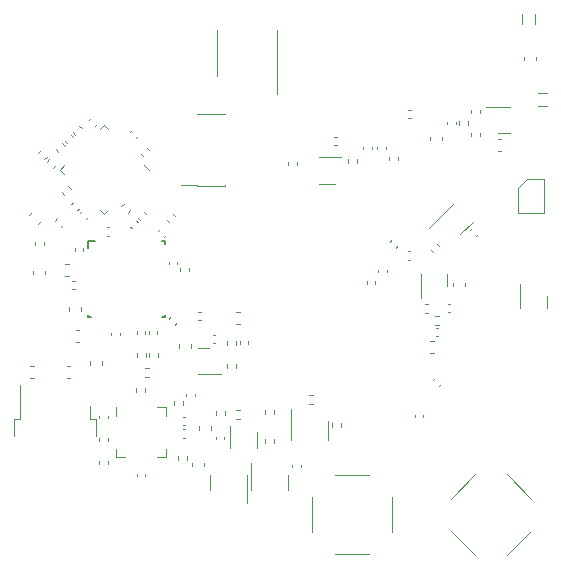
<source format=gbr>
%TF.GenerationSoftware,KiCad,Pcbnew,(6.0.4)*%
%TF.CreationDate,2023-05-27T00:51:03+09:00*%
%TF.ProjectId,RFB,5246422e-6b69-4636-9164-5f7063625858,rev?*%
%TF.SameCoordinates,Original*%
%TF.FileFunction,Legend,Bot*%
%TF.FilePolarity,Positive*%
%FSLAX46Y46*%
G04 Gerber Fmt 4.6, Leading zero omitted, Abs format (unit mm)*
G04 Created by KiCad (PCBNEW (6.0.4)) date 2023-05-27 00:51:03*
%MOMM*%
%LPD*%
G01*
G04 APERTURE LIST*
%ADD10C,0.120000*%
%ADD11C,0.200000*%
G04 APERTURE END LIST*
D10*
%TO.C,U7*%
X78063000Y-72710400D02*
X76663000Y-72710400D01*
X78063000Y-75610400D02*
X78063000Y-72710400D01*
X75863000Y-75610400D02*
X78063000Y-75610400D01*
X75863000Y-73510400D02*
X75863000Y-75610400D01*
X76663000Y-72710400D02*
X75863000Y-73510400D01*
%TO.C,C141*%
X68720580Y-86459600D02*
X68439420Y-86459600D01*
X68720580Y-87479600D02*
X68439420Y-87479600D01*
%TO.C,J1*%
X77006848Y-99795762D02*
X74956238Y-97745152D01*
X77006848Y-102489838D02*
X74956238Y-104540448D01*
X72262162Y-97745152D02*
X70211552Y-99795762D01*
X72262162Y-104540448D02*
X70211552Y-102489838D01*
%TO.C,IC1*%
X76072600Y-81659600D02*
X76072600Y-83659600D01*
X78312600Y-83659600D02*
X78312600Y-82659600D01*
%TO.C,C83*%
X47798400Y-90900364D02*
X47798400Y-91116036D01*
X48518400Y-90900364D02*
X48518400Y-91116036D01*
%TO.C,C102*%
X47140400Y-86727420D02*
X47140400Y-87008580D01*
X48160400Y-86727420D02*
X48160400Y-87008580D01*
%TO.C,IC10*%
X74152700Y-68856200D02*
X75152700Y-68856200D01*
X73152700Y-66636200D02*
X75152700Y-66636200D01*
%TO.C,R37*%
X44603641Y-88723200D02*
X44296359Y-88723200D01*
X44603641Y-89483200D02*
X44296359Y-89483200D01*
%TO.C,C69*%
X68833493Y-89610590D02*
X68680990Y-89763093D01*
X69342610Y-90119707D02*
X69190107Y-90272210D01*
%TO.C,U2*%
X37049908Y-71932800D02*
X37409119Y-72292010D01*
X40821616Y-68161092D02*
X40462406Y-68520303D01*
X44234113Y-71573590D02*
X44593324Y-71932800D01*
X40462406Y-75345297D02*
X40821616Y-75704508D01*
X37409119Y-71573590D02*
X37049908Y-71932800D01*
X41180826Y-68520303D02*
X40821616Y-68161092D01*
X40821616Y-75704508D02*
X41180826Y-75345297D01*
%TO.C,R75*%
X67954459Y-83287600D02*
X68261741Y-83287600D01*
X67954459Y-84047600D02*
X68261741Y-84047600D01*
%TO.C,R21*%
X55218600Y-95048041D02*
X55218600Y-94740759D01*
X54458600Y-95048041D02*
X54458600Y-94740759D01*
%TO.C,J2*%
X63273600Y-104497800D02*
X60373600Y-104497800D01*
X63273600Y-97787800D02*
X60373600Y-97787800D01*
X58468600Y-102592800D02*
X58468600Y-99692800D01*
X65178600Y-102592800D02*
X65178600Y-99692800D01*
%TO.C,C122*%
X70343300Y-81495020D02*
X70343300Y-81776180D01*
X71363300Y-81495020D02*
X71363300Y-81776180D01*
%TO.C,R20*%
X52325241Y-92279200D02*
X52017959Y-92279200D01*
X52325241Y-93039200D02*
X52017959Y-93039200D01*
%TO.C,R50*%
X49048641Y-84708000D02*
X48741359Y-84708000D01*
X49048641Y-83948000D02*
X48741359Y-83948000D01*
%TO.C,R4*%
X35233459Y-70528140D02*
X35450740Y-70310859D01*
X35770860Y-71065541D02*
X35988141Y-70848260D01*
%TO.C,C30*%
X38147164Y-82071800D02*
X38362836Y-82071800D01*
X38147164Y-81351800D02*
X38362836Y-81351800D01*
%TO.C,C7*%
X70125536Y-84027600D02*
X69909864Y-84027600D01*
X70125536Y-83307600D02*
X69909864Y-83307600D01*
%TO.C,R68*%
X51258200Y-86767641D02*
X51258200Y-86460359D01*
X52018200Y-86767641D02*
X52018200Y-86460359D01*
%TO.C,R35*%
X44603400Y-87783641D02*
X44603400Y-87476359D01*
X45363400Y-87783641D02*
X45363400Y-87476359D01*
%TO.C,C121*%
X74460980Y-70334600D02*
X74179820Y-70334600D01*
X74460980Y-69314600D02*
X74179820Y-69314600D01*
%TO.C,C86*%
X47466364Y-94619400D02*
X47682036Y-94619400D01*
X47466364Y-93899400D02*
X47682036Y-93899400D01*
%TO.C,R52*%
X61469000Y-71067959D02*
X61469000Y-71375241D01*
X62229000Y-71067959D02*
X62229000Y-71375241D01*
%TO.C,C13*%
X46430693Y-84403590D02*
X46278190Y-84556093D01*
X46939810Y-84912707D02*
X46787307Y-85065210D01*
%TO.C,FB8*%
X78326822Y-66574600D02*
X77527578Y-66574600D01*
X78326822Y-65454600D02*
X77527578Y-65454600D01*
%TO.C,R33*%
X60857400Y-93701841D02*
X60857400Y-93394559D01*
X60097400Y-93701841D02*
X60097400Y-93394559D01*
%TO.C,R38*%
X43562000Y-90422759D02*
X43562000Y-90730041D01*
X44322000Y-90422759D02*
X44322000Y-90730041D01*
%TO.C,IC2*%
X67666900Y-82788000D02*
X67666900Y-80788000D01*
X69886900Y-81788000D02*
X69886900Y-80788000D01*
%TO.C,C85*%
X41127000Y-92970236D02*
X41127000Y-92754564D01*
X40407000Y-92970236D02*
X40407000Y-92754564D01*
%TO.C,C39*%
X63489100Y-70209836D02*
X63489100Y-69994164D01*
X62769100Y-70209836D02*
X62769100Y-69994164D01*
%TO.C,J10*%
X48675600Y-67246400D02*
X48675600Y-67196400D01*
X47295600Y-73266400D02*
X48675600Y-73266400D01*
X48675600Y-73316400D02*
X48675600Y-73266400D01*
X48675600Y-67196400D02*
X51095600Y-67196400D01*
X51095600Y-67246400D02*
X51095600Y-67196400D01*
X51095600Y-73316400D02*
X51095600Y-73266400D01*
X48675600Y-73316400D02*
X51095600Y-73316400D01*
%TO.C,C27*%
X43696601Y-76057318D02*
X43849104Y-76209821D01*
X44205718Y-75548201D02*
X44358221Y-75700704D01*
%TO.C,C99*%
X39596600Y-88456380D02*
X39596600Y-88175220D01*
X40616600Y-88456380D02*
X40616600Y-88175220D01*
%TO.C,FB7*%
X76224200Y-58782378D02*
X76224200Y-59581622D01*
X77344200Y-58782378D02*
X77344200Y-59581622D01*
%TO.C,C8*%
X39734304Y-67579579D02*
X39581801Y-67732082D01*
X40243421Y-68088696D02*
X40090918Y-68241199D01*
%TO.C,C17*%
X48010400Y-80260364D02*
X48010400Y-80476036D01*
X47290400Y-80260364D02*
X47290400Y-80476036D01*
%TO.C,U20*%
X70988443Y-77391289D02*
X72049103Y-76330628D01*
X68358005Y-76882172D02*
X70479326Y-74760851D01*
%TO.C,C87*%
X34996800Y-78073364D02*
X34996800Y-78289036D01*
X35716800Y-78073364D02*
X35716800Y-78289036D01*
%TO.C,C96*%
X44302000Y-97682164D02*
X44302000Y-97897836D01*
X43582000Y-97682164D02*
X43582000Y-97897836D01*
%TO.C,U10*%
X52918800Y-98450400D02*
X52918800Y-100125400D01*
X52918800Y-98450400D02*
X52918800Y-97800400D01*
X49798800Y-98450400D02*
X49798800Y-97800400D01*
X49798800Y-98450400D02*
X49798800Y-99100400D01*
%TO.C,C26*%
X43510707Y-76250190D02*
X43663210Y-76402693D01*
X43001590Y-76759307D02*
X43154093Y-76911810D01*
%TO.C,C104*%
X37935780Y-89587800D02*
X37654620Y-89587800D01*
X37935780Y-88567800D02*
X37654620Y-88567800D01*
%TO.C,C42*%
X64682900Y-70209836D02*
X64682900Y-69994164D01*
X63962900Y-70209836D02*
X63962900Y-69994164D01*
%TO.C,C132*%
X69134936Y-86059600D02*
X68919264Y-86059600D01*
X69134936Y-85339600D02*
X68919264Y-85339600D01*
%TO.C,C34*%
X71913100Y-69064236D02*
X71913100Y-68848564D01*
X72633100Y-69064236D02*
X72633100Y-68848564D01*
%TO.C,C3*%
X37505979Y-69511096D02*
X37658482Y-69663599D01*
X38015096Y-69001979D02*
X38167599Y-69154482D01*
%TO.C,R63*%
X65718900Y-71142642D02*
X65718900Y-70835360D01*
X64958900Y-71142642D02*
X64958900Y-70835360D01*
%TO.C,C32*%
X46299800Y-79749764D02*
X46299800Y-79965436D01*
X47019800Y-79749764D02*
X47019800Y-79965436D01*
%TO.C,IC8*%
X50733200Y-89222600D02*
X48733200Y-89222600D01*
X49733200Y-87002600D02*
X48733200Y-87002600D01*
%TO.C,U14*%
X46052000Y-92798200D02*
X46052000Y-92073200D01*
X46052000Y-96293200D02*
X45327000Y-96293200D01*
X46052000Y-92073200D02*
X45327000Y-92073200D01*
X41832000Y-95568200D02*
X41832000Y-96293200D01*
X46052000Y-95568200D02*
X46052000Y-96293200D01*
X41832000Y-92798200D02*
X41832000Y-92073200D01*
X41832000Y-96293200D02*
X42557000Y-96293200D01*
%TO.C,C11*%
X50031764Y-86643800D02*
X50247436Y-86643800D01*
X50031764Y-85923800D02*
X50247436Y-85923800D01*
%TO.C,C123*%
X72441410Y-77419707D02*
X72288907Y-77572210D01*
X71932293Y-76910590D02*
X71779790Y-77063093D01*
%TO.C,C116*%
X52294200Y-86480764D02*
X52294200Y-86696436D01*
X53014200Y-86480764D02*
X53014200Y-86696436D01*
%TO.C,U16*%
X39632200Y-93017600D02*
X39632200Y-91917600D01*
X33202200Y-94517600D02*
X33202200Y-93017600D01*
X33202200Y-93017600D02*
X33672200Y-93017600D01*
X40102200Y-94517600D02*
X40102200Y-93017600D01*
X40102200Y-93017600D02*
X39632200Y-93017600D01*
X33672200Y-93017600D02*
X33672200Y-90187600D01*
%TO.C,C88*%
X48816800Y-93661620D02*
X48816800Y-93942780D01*
X49836800Y-93661620D02*
X49836800Y-93942780D01*
%TO.C,R30*%
X41147000Y-96569559D02*
X41147000Y-96876841D01*
X40387000Y-96569559D02*
X40387000Y-96876841D01*
D11*
%TO.C,U4*%
X39497798Y-84203799D02*
X39497798Y-84428800D01*
X39722798Y-84428800D02*
X39497798Y-84428800D01*
X40072798Y-77978800D02*
X39497798Y-77978800D01*
X45947797Y-77978800D02*
X45722797Y-77978800D01*
X39497798Y-77978800D02*
X39497798Y-78553800D01*
X45947797Y-77978800D02*
X45947797Y-78203801D01*
X45947797Y-84203799D02*
X45947797Y-84428800D01*
X45947797Y-84428800D02*
X45722797Y-84428800D01*
D10*
%TO.C,C24*%
X41042764Y-76805200D02*
X41258436Y-76805200D01*
X41042764Y-77525200D02*
X41258436Y-77525200D01*
%TO.C,C98*%
X34862380Y-88567800D02*
X34581220Y-88567800D01*
X34862380Y-89587800D02*
X34581220Y-89587800D01*
%TO.C,FB1*%
X34500073Y-75776678D02*
X34730278Y-75546473D01*
X35221322Y-76497927D02*
X35451527Y-76267722D01*
%TO.C,C20*%
X38416620Y-85519800D02*
X38697780Y-85519800D01*
X38416620Y-86539800D02*
X38697780Y-86539800D01*
%TO.C,C43*%
X66808236Y-67568400D02*
X66592564Y-67568400D01*
X66808236Y-66848400D02*
X66592564Y-66848400D01*
%TO.C,C77*%
X63783800Y-81375364D02*
X63783800Y-81591036D01*
X63063800Y-81375364D02*
X63063800Y-81591036D01*
%TO.C,C133*%
X69197375Y-78418504D02*
X69044872Y-78266001D01*
X68688258Y-78927621D02*
X68535755Y-78775118D01*
%TO.C,C38*%
X60318764Y-69879800D02*
X60534436Y-69879800D01*
X60318764Y-69159800D02*
X60534436Y-69159800D01*
%TO.C,C103*%
X46125790Y-76175107D02*
X46278293Y-76327610D01*
X46634907Y-75665990D02*
X46787410Y-75818493D01*
%TO.C,R73*%
X72653100Y-66874959D02*
X72653100Y-67182241D01*
X71893100Y-66874959D02*
X71893100Y-67182241D01*
%TO.C,R32*%
X58497441Y-91009200D02*
X58190159Y-91009200D01*
X58497441Y-91769200D02*
X58190159Y-91769200D01*
%TO.C,R23*%
X47497000Y-91565759D02*
X47497000Y-91873041D01*
X46737000Y-91565759D02*
X46737000Y-91873041D01*
%TO.C,U9*%
X51443400Y-95518200D02*
X51443400Y-93618200D01*
X53763400Y-94118200D02*
X53763400Y-95518200D01*
%TO.C,C76*%
X66732036Y-79557200D02*
X66516364Y-79557200D01*
X66732036Y-78837200D02*
X66516364Y-78837200D01*
%TO.C,C131*%
X70601100Y-68101636D02*
X70601100Y-67885964D01*
X69881100Y-68101636D02*
X69881100Y-67885964D01*
%TO.C,C4*%
X43188704Y-68570179D02*
X43036201Y-68722682D01*
X43697821Y-69079296D02*
X43545318Y-69231799D01*
%TO.C,U13*%
X60405200Y-73169000D02*
X59005200Y-73169000D01*
X59005200Y-70849000D02*
X60905200Y-70849000D01*
%TO.C,U15*%
X56656800Y-94005400D02*
X56656800Y-94805400D01*
X59776800Y-94005400D02*
X59776800Y-93205400D01*
X59776800Y-94005400D02*
X59776800Y-94805400D01*
X56656800Y-94005400D02*
X56656800Y-92205400D01*
%TO.C,R5*%
X42486540Y-74832059D02*
X42269259Y-75049340D01*
X43023941Y-75369460D02*
X42806660Y-75586741D01*
%TO.C,C28*%
X43607400Y-85832836D02*
X43607400Y-85617164D01*
X44327400Y-85832836D02*
X44327400Y-85617164D01*
%TO.C,C29*%
X45343400Y-85832836D02*
X45343400Y-85617164D01*
X44623400Y-85832836D02*
X44623400Y-85617164D01*
%TO.C,R74*%
X68868859Y-85063600D02*
X69176141Y-85063600D01*
X68868859Y-84303600D02*
X69176141Y-84303600D01*
%TO.C,U6*%
X55468200Y-62088800D02*
X55468200Y-65538800D01*
X50348200Y-62088800D02*
X50348200Y-64038800D01*
X55468200Y-62088800D02*
X55468200Y-60138800D01*
X50348200Y-62088800D02*
X50348200Y-60138800D01*
%TO.C,Q1*%
X56424000Y-98450400D02*
X56424000Y-97800400D01*
X53304000Y-98450400D02*
X53304000Y-96775400D01*
X53304000Y-98450400D02*
X53304000Y-99100400D01*
X56424000Y-98450400D02*
X56424000Y-99100400D01*
%TO.C,C81*%
X77421200Y-62675380D02*
X77421200Y-62394220D01*
X76401200Y-62675380D02*
X76401200Y-62394220D01*
%TO.C,R1*%
X36630459Y-76268540D02*
X36847740Y-76051259D01*
X37167860Y-76805941D02*
X37385141Y-76588660D01*
%TO.C,R44*%
X37772436Y-73328435D02*
X37989717Y-73545716D01*
X37235035Y-73865836D02*
X37452316Y-74083117D01*
%TO.C,C82*%
X51007600Y-94532564D02*
X51007600Y-94748236D01*
X50287600Y-94532564D02*
X50287600Y-94748236D01*
%TO.C,C1*%
X38759790Y-75589893D02*
X38912293Y-75437390D01*
X39268907Y-76099010D02*
X39421410Y-75946507D01*
%TO.C,R2*%
X37486741Y-69893140D02*
X37269460Y-69675859D01*
X36949340Y-70430541D02*
X36732059Y-70213260D01*
%TO.C,R31*%
X47092600Y-96521241D02*
X47092600Y-96213959D01*
X47852600Y-96521241D02*
X47852600Y-96213959D01*
%TO.C,C119*%
X52031020Y-85015800D02*
X52312180Y-85015800D01*
X52031020Y-83995800D02*
X52312180Y-83995800D01*
%TO.C,C5*%
X34821400Y-80810980D02*
X34821400Y-80529820D01*
X35841400Y-80810980D02*
X35841400Y-80529820D01*
%TO.C,R22*%
X50267600Y-92685841D02*
X50267600Y-92378559D01*
X51027600Y-92685841D02*
X51027600Y-92378559D01*
%TO.C,R36*%
X44347400Y-87476359D02*
X44347400Y-87783641D01*
X43587400Y-87476359D02*
X43587400Y-87783641D01*
%TO.C,C140*%
X69471000Y-69138220D02*
X69471000Y-69419380D01*
X68451000Y-69138220D02*
X68451000Y-69419380D01*
%TO.C,C97*%
X57459200Y-96920164D02*
X57459200Y-97135836D01*
X56739200Y-96920164D02*
X56739200Y-97135836D01*
%TO.C,C79*%
X64774400Y-80625836D02*
X64774400Y-80410164D01*
X64054400Y-80625836D02*
X64054400Y-80410164D01*
%TO.C,R7*%
X36507460Y-71802141D02*
X36724741Y-71584860D01*
X35970059Y-71264740D02*
X36187340Y-71047459D01*
%TO.C,R72*%
X70877100Y-67812759D02*
X70877100Y-68120041D01*
X71637100Y-67812759D02*
X71637100Y-68120041D01*
%TO.C,C90*%
X38048590Y-74878693D02*
X38201093Y-74726190D01*
X38557707Y-75387810D02*
X38710210Y-75235307D01*
%TO.C,FB2*%
X49303400Y-97063779D02*
X49303400Y-96738221D01*
X48283400Y-97063779D02*
X48283400Y-96738221D01*
%TO.C,R51*%
X56363600Y-71578441D02*
X56363600Y-71271159D01*
X57123600Y-71578441D02*
X57123600Y-71271159D01*
%TO.C,C84*%
X47466364Y-92858000D02*
X47682036Y-92858000D01*
X47466364Y-93578000D02*
X47682036Y-93578000D01*
%TO.C,C25*%
X37869400Y-83884380D02*
X37869400Y-83603220D01*
X38889400Y-83884380D02*
X38889400Y-83603220D01*
%TO.C,R34*%
X54458600Y-92276959D02*
X54458600Y-92584241D01*
X55218600Y-92276959D02*
X55218600Y-92584241D01*
%TO.C,C22*%
X46050810Y-77495907D02*
X45898307Y-77648410D01*
X45541693Y-76986790D02*
X45389190Y-77139293D01*
%TO.C,C23*%
X39069600Y-78609364D02*
X39069600Y-78825036D01*
X38349600Y-78609364D02*
X38349600Y-78825036D01*
%TO.C,C19*%
X37540020Y-80951800D02*
X37821180Y-80951800D01*
X37540020Y-79931800D02*
X37821180Y-79931800D01*
%TO.C,R3*%
X38712236Y-68228059D02*
X38929517Y-68445340D01*
X38174835Y-68765460D02*
X38392116Y-68982741D01*
%TO.C,C9*%
X44077704Y-70748821D02*
X43925201Y-70596318D01*
X44586821Y-70239704D02*
X44434318Y-70087201D01*
%TO.C,C21*%
X42168400Y-85959836D02*
X42168400Y-85744164D01*
X41448400Y-85959836D02*
X41448400Y-85744164D01*
%TO.C,C70*%
X67847800Y-92894036D02*
X67847800Y-92678364D01*
X67127800Y-92894036D02*
X67127800Y-92678364D01*
%TO.C,C89*%
X40407000Y-94900636D02*
X40407000Y-94684964D01*
X41127000Y-94900636D02*
X41127000Y-94684964D01*
%TO.C,R69*%
X51258200Y-88723441D02*
X51258200Y-88416159D01*
X52018200Y-88723441D02*
X52018200Y-88416159D01*
%TO.C,C49*%
X65150493Y-77926590D02*
X64997990Y-78079093D01*
X65659610Y-78435707D02*
X65507107Y-78588210D01*
%TD*%
M02*

</source>
